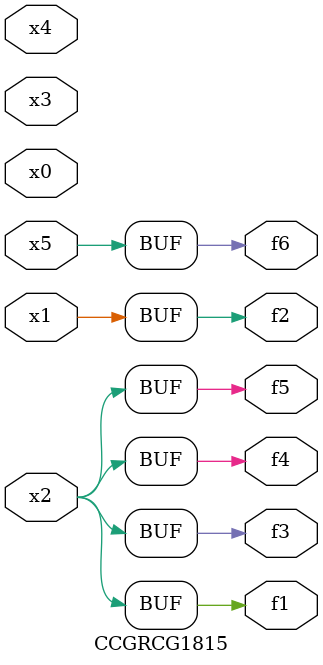
<source format=v>
module CCGRCG1815(
	input x0, x1, x2, x3, x4, x5,
	output f1, f2, f3, f4, f5, f6
);
	assign f1 = x2;
	assign f2 = x1;
	assign f3 = x2;
	assign f4 = x2;
	assign f5 = x2;
	assign f6 = x5;
endmodule

</source>
